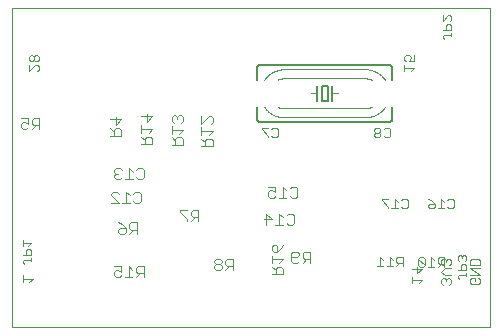
<source format=gbo>
G75*
%MOIN*%
%OFA0B0*%
%FSLAX25Y25*%
%IPPOS*%
%LPD*%
%AMOC8*
5,1,8,0,0,1.08239X$1,22.5*
%
%ADD10C,0.00000*%
%ADD11C,0.00300*%
%ADD12C,0.00200*%
%ADD13C,0.00600*%
D10*
X0001600Y0001600D02*
X0161049Y0001600D01*
X0161049Y0107899D01*
X0001600Y0107899D01*
X0001600Y0001600D01*
D11*
X0005250Y0016650D02*
X0005250Y0018785D01*
X0005250Y0017718D02*
X0008453Y0017718D01*
X0007385Y0016650D01*
X0005634Y0022650D02*
X0005150Y0023134D01*
X0005150Y0023617D01*
X0005634Y0024101D01*
X0008052Y0024101D01*
X0008052Y0023617D02*
X0008052Y0024585D01*
X0008052Y0025597D02*
X0008052Y0027048D01*
X0007569Y0027531D01*
X0006601Y0027531D01*
X0006117Y0027048D01*
X0006117Y0025597D01*
X0005150Y0025597D02*
X0008052Y0025597D01*
X0007085Y0028543D02*
X0008052Y0029511D01*
X0005150Y0029511D01*
X0005150Y0030478D02*
X0005150Y0028543D01*
X0035615Y0021953D02*
X0038084Y0021953D01*
X0038084Y0020102D01*
X0036849Y0020719D01*
X0036232Y0020719D01*
X0035615Y0020102D01*
X0035615Y0018867D01*
X0036232Y0018250D01*
X0037467Y0018250D01*
X0038084Y0018867D01*
X0039298Y0018250D02*
X0041767Y0018250D01*
X0042981Y0018250D02*
X0044216Y0019484D01*
X0043598Y0019484D02*
X0045450Y0019484D01*
X0045450Y0018250D02*
X0045450Y0021953D01*
X0043598Y0021953D01*
X0042981Y0021336D01*
X0042981Y0020102D01*
X0043598Y0019484D01*
X0041767Y0020719D02*
X0040532Y0021953D01*
X0040532Y0018250D01*
X0040748Y0032750D02*
X0041982Y0033984D01*
X0041365Y0033984D02*
X0043216Y0033984D01*
X0043216Y0032750D02*
X0043216Y0036453D01*
X0041365Y0036453D01*
X0040748Y0035836D01*
X0040748Y0034602D01*
X0041365Y0033984D01*
X0039533Y0033367D02*
X0038916Y0032750D01*
X0037682Y0032750D01*
X0037064Y0033367D01*
X0037064Y0033984D01*
X0037682Y0034602D01*
X0039533Y0034602D01*
X0039533Y0033367D01*
X0039533Y0034602D02*
X0038299Y0035836D01*
X0037064Y0036453D01*
X0037121Y0042995D02*
X0034652Y0042995D01*
X0037121Y0042995D02*
X0034652Y0045464D01*
X0034652Y0046081D01*
X0035269Y0046698D01*
X0036504Y0046698D01*
X0037121Y0046081D01*
X0039569Y0046698D02*
X0039569Y0042995D01*
X0038335Y0042995D02*
X0040804Y0042995D01*
X0042018Y0043612D02*
X0042635Y0042995D01*
X0043870Y0042995D01*
X0044487Y0043612D01*
X0044487Y0046081D01*
X0043870Y0046698D01*
X0042635Y0046698D01*
X0042018Y0046081D01*
X0040804Y0045464D02*
X0039569Y0046698D01*
X0039411Y0050905D02*
X0041879Y0050905D01*
X0040645Y0050905D02*
X0040645Y0054608D01*
X0041879Y0053374D01*
X0043094Y0053991D02*
X0043711Y0054608D01*
X0044945Y0054608D01*
X0045562Y0053991D01*
X0045562Y0051522D01*
X0044945Y0050905D01*
X0043711Y0050905D01*
X0043094Y0051522D01*
X0038196Y0051522D02*
X0037579Y0050905D01*
X0036345Y0050905D01*
X0035727Y0051522D01*
X0035727Y0052140D01*
X0036345Y0052757D01*
X0036962Y0052757D01*
X0036345Y0052757D02*
X0035727Y0053374D01*
X0035727Y0053991D01*
X0036345Y0054608D01*
X0037579Y0054608D01*
X0038196Y0053991D01*
X0044670Y0062630D02*
X0048373Y0062630D01*
X0048373Y0064482D01*
X0047756Y0065099D01*
X0046522Y0065099D01*
X0045904Y0064482D01*
X0045904Y0062630D01*
X0045904Y0063864D02*
X0044670Y0065099D01*
X0044670Y0066313D02*
X0044670Y0068782D01*
X0044670Y0067548D02*
X0048373Y0067548D01*
X0047139Y0066313D01*
X0046522Y0069996D02*
X0046522Y0072465D01*
X0048373Y0071848D02*
X0046522Y0069996D01*
X0048373Y0071848D02*
X0044670Y0071848D01*
X0038013Y0070905D02*
X0036162Y0069053D01*
X0036162Y0071522D01*
X0038013Y0070905D02*
X0034310Y0070905D01*
X0034310Y0067839D02*
X0035544Y0066604D01*
X0035544Y0067222D02*
X0035544Y0065370D01*
X0034310Y0065370D02*
X0038013Y0065370D01*
X0038013Y0067222D01*
X0037396Y0067839D01*
X0036162Y0067839D01*
X0035544Y0067222D01*
X0054850Y0067318D02*
X0058553Y0067318D01*
X0057319Y0066083D01*
X0057936Y0064869D02*
X0056702Y0064869D01*
X0056084Y0064252D01*
X0056084Y0062400D01*
X0054850Y0062400D02*
X0058553Y0062400D01*
X0058553Y0064252D01*
X0057936Y0064869D01*
X0056084Y0063634D02*
X0054850Y0064869D01*
X0054850Y0066083D02*
X0054850Y0068552D01*
X0055467Y0069766D02*
X0054850Y0070383D01*
X0054850Y0071618D01*
X0055467Y0072235D01*
X0056084Y0072235D01*
X0056702Y0071618D01*
X0056702Y0071001D01*
X0056702Y0071618D02*
X0057319Y0072235D01*
X0057936Y0072235D01*
X0058553Y0071618D01*
X0058553Y0070383D01*
X0057936Y0069766D01*
X0064770Y0069326D02*
X0067239Y0071795D01*
X0067856Y0071795D01*
X0068473Y0071178D01*
X0068473Y0069943D01*
X0067856Y0069326D01*
X0068473Y0066878D02*
X0064770Y0066878D01*
X0064770Y0068112D02*
X0064770Y0065643D01*
X0064770Y0064429D02*
X0066004Y0063194D01*
X0066004Y0063812D02*
X0066004Y0061960D01*
X0064770Y0061960D02*
X0068473Y0061960D01*
X0068473Y0063812D01*
X0067856Y0064429D01*
X0066622Y0064429D01*
X0066004Y0063812D01*
X0067239Y0065643D02*
X0068473Y0066878D01*
X0064770Y0069326D02*
X0064770Y0071795D01*
X0084838Y0068003D02*
X0084838Y0067469D01*
X0086973Y0065334D01*
X0086973Y0064800D01*
X0088060Y0065334D02*
X0088594Y0064800D01*
X0089662Y0064800D01*
X0090195Y0065334D01*
X0090195Y0067469D01*
X0089662Y0068003D01*
X0088594Y0068003D01*
X0088060Y0067469D01*
X0086973Y0068003D02*
X0084838Y0068003D01*
X0086927Y0048408D02*
X0089396Y0048408D01*
X0089396Y0046557D01*
X0088162Y0047174D01*
X0087545Y0047174D01*
X0086927Y0046557D01*
X0086927Y0045322D01*
X0087545Y0044705D01*
X0088779Y0044705D01*
X0089396Y0045322D01*
X0090611Y0044705D02*
X0093079Y0044705D01*
X0091845Y0044705D02*
X0091845Y0048408D01*
X0093079Y0047174D01*
X0094294Y0047791D02*
X0094911Y0048408D01*
X0096145Y0048408D01*
X0096762Y0047791D01*
X0096762Y0045322D01*
X0096145Y0044705D01*
X0094911Y0044705D01*
X0094294Y0045322D01*
X0093735Y0039398D02*
X0094970Y0039398D01*
X0095587Y0038781D01*
X0095587Y0036312D01*
X0094970Y0035695D01*
X0093735Y0035695D01*
X0093118Y0036312D01*
X0091904Y0035695D02*
X0089435Y0035695D01*
X0090669Y0035695D02*
X0090669Y0039398D01*
X0091904Y0038164D01*
X0093118Y0038781D02*
X0093735Y0039398D01*
X0088221Y0037546D02*
X0085752Y0037546D01*
X0086369Y0035695D02*
X0086369Y0039398D01*
X0088221Y0037546D01*
X0088867Y0029085D02*
X0089484Y0029085D01*
X0090102Y0028468D01*
X0090102Y0026616D01*
X0088867Y0026616D01*
X0088250Y0027233D01*
X0088250Y0028468D01*
X0088867Y0029085D01*
X0091336Y0027851D02*
X0090102Y0026616D01*
X0091336Y0027851D02*
X0091953Y0029085D01*
X0094764Y0026136D02*
X0095382Y0026753D01*
X0096616Y0026753D01*
X0097233Y0026136D01*
X0097233Y0025519D01*
X0096616Y0024902D01*
X0094764Y0024902D01*
X0094764Y0026136D02*
X0094764Y0023667D01*
X0095382Y0023050D01*
X0096616Y0023050D01*
X0097233Y0023667D01*
X0098448Y0023050D02*
X0099682Y0024284D01*
X0099065Y0024284D02*
X0100916Y0024284D01*
X0100916Y0023050D02*
X0100916Y0026753D01*
X0099065Y0026753D01*
X0098448Y0026136D01*
X0098448Y0024902D01*
X0099065Y0024284D01*
X0091953Y0024168D02*
X0090719Y0022933D01*
X0091336Y0021719D02*
X0090102Y0021719D01*
X0089484Y0021102D01*
X0089484Y0019250D01*
X0088250Y0019250D02*
X0091953Y0019250D01*
X0091953Y0021102D01*
X0091336Y0021719D01*
X0089484Y0020484D02*
X0088250Y0021719D01*
X0088250Y0022933D02*
X0088250Y0025402D01*
X0088250Y0024168D02*
X0091953Y0024168D01*
X0075150Y0024353D02*
X0075150Y0020650D01*
X0075150Y0021884D02*
X0073298Y0021884D01*
X0072681Y0022502D01*
X0072681Y0023736D01*
X0073298Y0024353D01*
X0075150Y0024353D01*
X0073916Y0021884D02*
X0072681Y0020650D01*
X0071467Y0021267D02*
X0071467Y0021884D01*
X0070850Y0022502D01*
X0069615Y0022502D01*
X0068998Y0021884D01*
X0068998Y0021267D01*
X0069615Y0020650D01*
X0070850Y0020650D01*
X0071467Y0021267D01*
X0070850Y0022502D02*
X0071467Y0023119D01*
X0071467Y0023736D01*
X0070850Y0024353D01*
X0069615Y0024353D01*
X0068998Y0023736D01*
X0068998Y0023119D01*
X0069615Y0022502D01*
X0063716Y0036950D02*
X0063716Y0040653D01*
X0061865Y0040653D01*
X0061248Y0040036D01*
X0061248Y0038802D01*
X0061865Y0038184D01*
X0063716Y0038184D01*
X0062482Y0038184D02*
X0061248Y0036950D01*
X0060033Y0036950D02*
X0060033Y0037567D01*
X0057564Y0040036D01*
X0057564Y0040653D01*
X0060033Y0040653D01*
X0010716Y0067550D02*
X0010716Y0071253D01*
X0008865Y0071253D01*
X0008248Y0070636D01*
X0008248Y0069402D01*
X0008865Y0068784D01*
X0010716Y0068784D01*
X0009482Y0068784D02*
X0008248Y0067550D01*
X0007033Y0068167D02*
X0006416Y0067550D01*
X0005182Y0067550D01*
X0004564Y0068167D01*
X0004564Y0069402D01*
X0005182Y0070019D01*
X0005799Y0070019D01*
X0007033Y0069402D01*
X0007033Y0071253D01*
X0004564Y0071253D01*
X0007250Y0086905D02*
X0009385Y0089040D01*
X0009919Y0089040D01*
X0010453Y0088506D01*
X0010453Y0087438D01*
X0009919Y0086905D01*
X0007250Y0086905D02*
X0007250Y0089040D01*
X0007784Y0090127D02*
X0007250Y0090661D01*
X0007250Y0091729D01*
X0007784Y0092262D01*
X0008318Y0092262D01*
X0008851Y0091729D01*
X0008851Y0090661D01*
X0009385Y0090127D01*
X0009919Y0090127D01*
X0010453Y0090661D01*
X0010453Y0091729D01*
X0009919Y0092262D01*
X0009385Y0092262D01*
X0008851Y0091729D01*
X0008851Y0090661D02*
X0008318Y0090127D01*
X0007784Y0090127D01*
X0122292Y0067469D02*
X0122292Y0066935D01*
X0122826Y0066401D01*
X0123893Y0066401D01*
X0124427Y0066935D01*
X0124427Y0067469D01*
X0123893Y0068003D01*
X0122826Y0068003D01*
X0122292Y0067469D01*
X0122826Y0066401D02*
X0122292Y0065868D01*
X0122292Y0065334D01*
X0122826Y0064800D01*
X0123893Y0064800D01*
X0124427Y0065334D01*
X0124427Y0065868D01*
X0123893Y0066401D01*
X0125515Y0065334D02*
X0126049Y0064800D01*
X0127116Y0064800D01*
X0127650Y0065334D01*
X0127650Y0067469D01*
X0127116Y0068003D01*
X0126049Y0068003D01*
X0125515Y0067469D01*
X0132350Y0086905D02*
X0132350Y0089040D01*
X0132350Y0087972D02*
X0135553Y0087972D01*
X0134485Y0086905D01*
X0133951Y0090127D02*
X0134485Y0091195D01*
X0134485Y0091729D01*
X0133951Y0092262D01*
X0132884Y0092262D01*
X0132350Y0091729D01*
X0132350Y0090661D01*
X0132884Y0090127D01*
X0133951Y0090127D02*
X0135553Y0090127D01*
X0135553Y0092262D01*
X0145150Y0098134D02*
X0145150Y0098617D01*
X0145634Y0099101D01*
X0148052Y0099101D01*
X0148052Y0098617D02*
X0148052Y0099585D01*
X0148052Y0100597D02*
X0145150Y0100597D01*
X0146117Y0100597D02*
X0146117Y0102048D01*
X0146601Y0102531D01*
X0147569Y0102531D01*
X0148052Y0102048D01*
X0148052Y0100597D01*
X0147569Y0103543D02*
X0148052Y0104027D01*
X0148052Y0104994D01*
X0147569Y0105478D01*
X0147085Y0105478D01*
X0145150Y0103543D01*
X0145150Y0105478D01*
X0145150Y0098134D02*
X0145634Y0097650D01*
X0144617Y0044338D02*
X0144617Y0041135D01*
X0145684Y0041135D02*
X0143549Y0041135D01*
X0142461Y0041669D02*
X0141928Y0041135D01*
X0140860Y0041135D01*
X0140326Y0041669D01*
X0140326Y0042202D01*
X0140860Y0042736D01*
X0142461Y0042736D01*
X0142461Y0041669D01*
X0142461Y0042736D02*
X0141394Y0043804D01*
X0140326Y0044338D01*
X0144617Y0044338D02*
X0145684Y0043270D01*
X0146772Y0043804D02*
X0147306Y0044338D01*
X0148373Y0044338D01*
X0148907Y0043804D01*
X0148907Y0041669D01*
X0148373Y0041135D01*
X0147306Y0041135D01*
X0146772Y0041669D01*
X0133457Y0041729D02*
X0132923Y0041195D01*
X0131856Y0041195D01*
X0131322Y0041729D01*
X0130234Y0041195D02*
X0128099Y0041195D01*
X0129167Y0041195D02*
X0129167Y0044398D01*
X0130234Y0043330D01*
X0131322Y0043864D02*
X0131856Y0044398D01*
X0132923Y0044398D01*
X0133457Y0043864D01*
X0133457Y0041729D01*
X0127012Y0041729D02*
X0127012Y0041195D01*
X0127012Y0041729D02*
X0124876Y0043864D01*
X0124876Y0044398D01*
X0127012Y0044398D01*
X0150150Y0024994D02*
X0150634Y0025478D01*
X0151117Y0025478D01*
X0151601Y0024994D01*
X0151601Y0024511D01*
X0151601Y0024994D02*
X0152085Y0025478D01*
X0152569Y0025478D01*
X0153052Y0024994D01*
X0153052Y0024027D01*
X0152569Y0023543D01*
X0152569Y0022531D02*
X0151601Y0022531D01*
X0151117Y0022048D01*
X0151117Y0020597D01*
X0150150Y0020597D02*
X0153052Y0020597D01*
X0153052Y0022048D01*
X0152569Y0022531D01*
X0154350Y0022295D02*
X0154350Y0023897D01*
X0154884Y0024431D01*
X0157019Y0024431D01*
X0157553Y0023897D01*
X0157553Y0022295D01*
X0154350Y0022295D01*
X0154350Y0021208D02*
X0157553Y0021208D01*
X0157553Y0019073D02*
X0154350Y0021208D01*
X0153052Y0019585D02*
X0153052Y0018617D01*
X0153052Y0019101D02*
X0150634Y0019101D01*
X0150150Y0018617D01*
X0150150Y0018134D01*
X0150634Y0017650D01*
X0147953Y0017351D02*
X0147953Y0016284D01*
X0147419Y0015750D01*
X0146351Y0016818D02*
X0146351Y0017351D01*
X0145818Y0017885D01*
X0145284Y0017885D01*
X0144750Y0017351D01*
X0144750Y0016284D01*
X0145284Y0015750D01*
X0146351Y0017351D02*
X0146885Y0017885D01*
X0147419Y0017885D01*
X0147953Y0017351D01*
X0147953Y0018973D02*
X0145818Y0018973D01*
X0144750Y0020040D01*
X0145818Y0021108D01*
X0147953Y0021108D01*
X0147419Y0022195D02*
X0147953Y0022729D01*
X0147953Y0023797D01*
X0147419Y0024331D01*
X0146885Y0024331D01*
X0146351Y0023797D01*
X0145818Y0024331D01*
X0145284Y0024331D01*
X0144750Y0023797D01*
X0144750Y0022729D01*
X0145284Y0022195D01*
X0145628Y0021690D02*
X0145628Y0024893D01*
X0144027Y0024893D01*
X0143493Y0024359D01*
X0143493Y0023291D01*
X0144027Y0022758D01*
X0145628Y0022758D01*
X0146351Y0023263D02*
X0146351Y0023797D01*
X0144561Y0022758D02*
X0143493Y0021690D01*
X0142405Y0021690D02*
X0140270Y0021690D01*
X0141338Y0021690D02*
X0141338Y0024893D01*
X0142405Y0023825D01*
X0139183Y0024359D02*
X0139183Y0022224D01*
X0137048Y0024359D01*
X0137048Y0022224D01*
X0137581Y0021690D01*
X0138649Y0021690D01*
X0139183Y0022224D01*
X0138253Y0021074D02*
X0136651Y0019473D01*
X0136651Y0021608D01*
X0135050Y0021074D02*
X0138253Y0021074D01*
X0138253Y0017318D02*
X0135050Y0017318D01*
X0135050Y0018385D02*
X0135050Y0016250D01*
X0137185Y0016250D02*
X0138253Y0017318D01*
X0131810Y0021830D02*
X0131810Y0025033D01*
X0130209Y0025033D01*
X0129675Y0024499D01*
X0129675Y0023431D01*
X0130209Y0022898D01*
X0131810Y0022898D01*
X0130742Y0022898D02*
X0129675Y0021830D01*
X0128587Y0021830D02*
X0126452Y0021830D01*
X0127520Y0021830D02*
X0127520Y0025033D01*
X0128587Y0023965D01*
X0125365Y0023965D02*
X0124297Y0025033D01*
X0124297Y0021830D01*
X0125365Y0021830D02*
X0123229Y0021830D01*
X0137048Y0024359D02*
X0137581Y0024893D01*
X0138649Y0024893D01*
X0139183Y0024359D01*
X0150150Y0024027D02*
X0150634Y0023543D01*
X0150150Y0024027D02*
X0150150Y0024994D01*
X0154350Y0019073D02*
X0157553Y0019073D01*
X0157019Y0017985D02*
X0157553Y0017451D01*
X0157553Y0016384D01*
X0157019Y0015850D01*
X0154884Y0015850D01*
X0154350Y0016384D01*
X0154350Y0017451D01*
X0154884Y0017985D01*
X0155951Y0017985D01*
X0155951Y0016918D01*
D12*
X0119300Y0071500D02*
X0092300Y0071500D01*
X0092300Y0074500D02*
X0119300Y0074500D01*
X0119433Y0074502D01*
X0119565Y0074507D01*
X0119697Y0074516D01*
X0119830Y0074528D01*
X0119961Y0074544D01*
X0120093Y0074563D01*
X0120223Y0074586D01*
X0120353Y0074612D01*
X0120483Y0074642D01*
X0120611Y0074675D01*
X0120739Y0074711D01*
X0120865Y0074751D01*
X0120991Y0074794D01*
X0121115Y0074841D01*
X0121238Y0074891D01*
X0121359Y0074944D01*
X0121479Y0075000D01*
X0119300Y0071500D02*
X0119494Y0071502D01*
X0119689Y0071509D01*
X0119883Y0071521D01*
X0120077Y0071538D01*
X0120271Y0071559D01*
X0120464Y0071585D01*
X0120656Y0071616D01*
X0120847Y0071651D01*
X0121038Y0071691D01*
X0121227Y0071736D01*
X0121416Y0071785D01*
X0121603Y0071839D01*
X0121789Y0071897D01*
X0121973Y0071960D01*
X0122156Y0072027D01*
X0122337Y0072099D01*
X0122516Y0072175D01*
X0122693Y0072255D01*
X0122868Y0072340D01*
X0123042Y0072429D01*
X0123213Y0072522D01*
X0123381Y0072619D01*
X0123547Y0072721D01*
X0123711Y0072826D01*
X0123872Y0072935D01*
X0124031Y0073049D01*
X0124186Y0073166D01*
X0124339Y0073286D01*
X0124489Y0073411D01*
X0124635Y0073539D01*
X0124779Y0073670D01*
X0124919Y0073805D01*
X0125056Y0073944D01*
X0125189Y0074086D01*
X0125319Y0074230D01*
X0125446Y0074378D01*
X0125569Y0074530D01*
X0125688Y0074684D01*
X0125803Y0074840D01*
X0125914Y0075000D01*
X0121479Y0084000D02*
X0121359Y0084056D01*
X0121238Y0084109D01*
X0121115Y0084159D01*
X0120991Y0084206D01*
X0120865Y0084249D01*
X0120739Y0084289D01*
X0120611Y0084325D01*
X0120483Y0084358D01*
X0120353Y0084388D01*
X0120223Y0084414D01*
X0120093Y0084437D01*
X0119961Y0084456D01*
X0119830Y0084472D01*
X0119697Y0084484D01*
X0119565Y0084493D01*
X0119433Y0084498D01*
X0119300Y0084500D01*
X0092300Y0084500D01*
X0092300Y0087500D02*
X0119300Y0087500D01*
X0119495Y0087498D01*
X0119689Y0087491D01*
X0119884Y0087479D01*
X0120078Y0087462D01*
X0120271Y0087441D01*
X0120464Y0087415D01*
X0120656Y0087384D01*
X0120848Y0087349D01*
X0121038Y0087309D01*
X0121228Y0087264D01*
X0121416Y0087215D01*
X0121603Y0087161D01*
X0121789Y0087103D01*
X0121973Y0087040D01*
X0122156Y0086973D01*
X0122337Y0086901D01*
X0122516Y0086825D01*
X0122693Y0086745D01*
X0122869Y0086660D01*
X0123042Y0086571D01*
X0123213Y0086478D01*
X0123381Y0086381D01*
X0123548Y0086279D01*
X0123711Y0086174D01*
X0123872Y0086064D01*
X0124031Y0085951D01*
X0124186Y0085834D01*
X0124339Y0085713D01*
X0124489Y0085589D01*
X0124635Y0085461D01*
X0124779Y0085329D01*
X0124919Y0085194D01*
X0125056Y0085056D01*
X0125189Y0084914D01*
X0125319Y0084769D01*
X0125446Y0084621D01*
X0125569Y0084470D01*
X0125688Y0084316D01*
X0125803Y0084159D01*
X0125915Y0084000D01*
X0110300Y0079500D02*
X0108300Y0079500D01*
X0103300Y0079500D02*
X0101300Y0079500D01*
X0092300Y0071500D02*
X0092105Y0071502D01*
X0091910Y0071509D01*
X0091716Y0071521D01*
X0091522Y0071538D01*
X0091329Y0071559D01*
X0091136Y0071585D01*
X0090943Y0071616D01*
X0090752Y0071651D01*
X0090561Y0071691D01*
X0090372Y0071736D01*
X0090184Y0071785D01*
X0089996Y0071839D01*
X0089811Y0071897D01*
X0089626Y0071960D01*
X0089444Y0072027D01*
X0089263Y0072099D01*
X0089084Y0072175D01*
X0088906Y0072255D01*
X0088731Y0072340D01*
X0088558Y0072429D01*
X0088387Y0072522D01*
X0088218Y0072620D01*
X0088052Y0072721D01*
X0087888Y0072826D01*
X0087727Y0072936D01*
X0087569Y0073049D01*
X0087413Y0073166D01*
X0087261Y0073287D01*
X0087111Y0073411D01*
X0086964Y0073539D01*
X0086821Y0073671D01*
X0086681Y0073806D01*
X0086544Y0073944D01*
X0086410Y0074086D01*
X0086280Y0074231D01*
X0086154Y0074379D01*
X0086031Y0074530D01*
X0085912Y0074684D01*
X0085797Y0074841D01*
X0085685Y0075000D01*
X0085686Y0084000D02*
X0085797Y0084160D01*
X0085912Y0084316D01*
X0086031Y0084470D01*
X0086154Y0084622D01*
X0086281Y0084770D01*
X0086411Y0084914D01*
X0086544Y0085056D01*
X0086681Y0085195D01*
X0086821Y0085330D01*
X0086965Y0085461D01*
X0087111Y0085589D01*
X0087261Y0085714D01*
X0087414Y0085834D01*
X0087569Y0085951D01*
X0087728Y0086065D01*
X0087889Y0086174D01*
X0088053Y0086279D01*
X0088219Y0086381D01*
X0088387Y0086478D01*
X0088558Y0086571D01*
X0088732Y0086660D01*
X0088907Y0086745D01*
X0089084Y0086825D01*
X0089263Y0086901D01*
X0089444Y0086973D01*
X0089627Y0087040D01*
X0089811Y0087103D01*
X0089997Y0087161D01*
X0090184Y0087215D01*
X0090373Y0087264D01*
X0090562Y0087309D01*
X0090753Y0087349D01*
X0090944Y0087384D01*
X0091136Y0087415D01*
X0091329Y0087441D01*
X0091523Y0087462D01*
X0091717Y0087479D01*
X0091911Y0087491D01*
X0092106Y0087498D01*
X0092300Y0087500D01*
X0092300Y0084500D02*
X0092167Y0084498D01*
X0092035Y0084493D01*
X0091903Y0084484D01*
X0091770Y0084472D01*
X0091639Y0084456D01*
X0091507Y0084437D01*
X0091377Y0084414D01*
X0091247Y0084388D01*
X0091117Y0084358D01*
X0090989Y0084325D01*
X0090861Y0084289D01*
X0090735Y0084249D01*
X0090609Y0084206D01*
X0090485Y0084159D01*
X0090362Y0084109D01*
X0090241Y0084056D01*
X0090121Y0084000D01*
X0090121Y0075000D02*
X0090241Y0074944D01*
X0090362Y0074891D01*
X0090485Y0074841D01*
X0090609Y0074794D01*
X0090735Y0074751D01*
X0090861Y0074711D01*
X0090989Y0074675D01*
X0091117Y0074642D01*
X0091247Y0074612D01*
X0091377Y0074586D01*
X0091507Y0074563D01*
X0091639Y0074544D01*
X0091770Y0074528D01*
X0091903Y0074516D01*
X0092035Y0074507D01*
X0092167Y0074502D01*
X0092300Y0074500D01*
D13*
X0084300Y0070000D02*
X0084240Y0070002D01*
X0084179Y0070007D01*
X0084120Y0070016D01*
X0084061Y0070029D01*
X0084002Y0070045D01*
X0083945Y0070065D01*
X0083890Y0070088D01*
X0083835Y0070115D01*
X0083783Y0070144D01*
X0083732Y0070177D01*
X0083683Y0070213D01*
X0083637Y0070251D01*
X0083593Y0070293D01*
X0083551Y0070337D01*
X0083513Y0070383D01*
X0083477Y0070432D01*
X0083444Y0070483D01*
X0083415Y0070535D01*
X0083388Y0070590D01*
X0083365Y0070645D01*
X0083345Y0070702D01*
X0083329Y0070761D01*
X0083316Y0070820D01*
X0083307Y0070879D01*
X0083302Y0070940D01*
X0083300Y0071000D01*
X0083300Y0075000D01*
X0084300Y0070000D02*
X0127300Y0070000D01*
X0127360Y0070002D01*
X0127421Y0070007D01*
X0127480Y0070016D01*
X0127539Y0070029D01*
X0127598Y0070045D01*
X0127655Y0070065D01*
X0127710Y0070088D01*
X0127765Y0070115D01*
X0127817Y0070144D01*
X0127868Y0070177D01*
X0127917Y0070213D01*
X0127963Y0070251D01*
X0128007Y0070293D01*
X0128049Y0070337D01*
X0128087Y0070383D01*
X0128123Y0070432D01*
X0128156Y0070483D01*
X0128185Y0070535D01*
X0128212Y0070590D01*
X0128235Y0070645D01*
X0128255Y0070702D01*
X0128271Y0070761D01*
X0128284Y0070820D01*
X0128293Y0070879D01*
X0128298Y0070940D01*
X0128300Y0071000D01*
X0128300Y0075000D01*
X0128300Y0084000D02*
X0128300Y0088000D01*
X0128298Y0088060D01*
X0128293Y0088121D01*
X0128284Y0088180D01*
X0128271Y0088239D01*
X0128255Y0088298D01*
X0128235Y0088355D01*
X0128212Y0088410D01*
X0128185Y0088465D01*
X0128156Y0088517D01*
X0128123Y0088568D01*
X0128087Y0088617D01*
X0128049Y0088663D01*
X0128007Y0088707D01*
X0127963Y0088749D01*
X0127917Y0088787D01*
X0127868Y0088823D01*
X0127817Y0088856D01*
X0127765Y0088885D01*
X0127710Y0088912D01*
X0127655Y0088935D01*
X0127598Y0088955D01*
X0127539Y0088971D01*
X0127480Y0088984D01*
X0127421Y0088993D01*
X0127360Y0088998D01*
X0127300Y0089000D01*
X0084300Y0089000D01*
X0084240Y0088998D01*
X0084179Y0088993D01*
X0084120Y0088984D01*
X0084061Y0088971D01*
X0084002Y0088955D01*
X0083945Y0088935D01*
X0083890Y0088912D01*
X0083835Y0088885D01*
X0083783Y0088856D01*
X0083732Y0088823D01*
X0083683Y0088787D01*
X0083637Y0088749D01*
X0083593Y0088707D01*
X0083551Y0088663D01*
X0083513Y0088617D01*
X0083477Y0088568D01*
X0083444Y0088517D01*
X0083415Y0088465D01*
X0083388Y0088410D01*
X0083365Y0088355D01*
X0083345Y0088298D01*
X0083329Y0088239D01*
X0083316Y0088180D01*
X0083307Y0088121D01*
X0083302Y0088060D01*
X0083300Y0088000D01*
X0083300Y0084000D01*
X0103300Y0082000D02*
X0103300Y0079500D01*
X0103300Y0077000D01*
X0104800Y0077000D02*
X0104800Y0082000D01*
X0106800Y0082000D01*
X0106800Y0077000D01*
X0104800Y0077000D01*
X0108300Y0077000D02*
X0108300Y0079500D01*
X0108300Y0082000D01*
M02*

</source>
